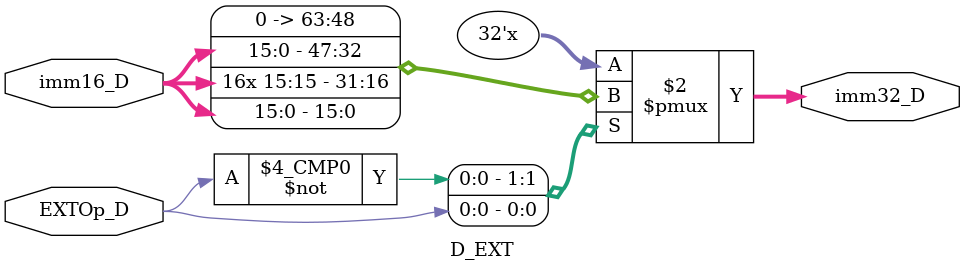
<source format=v>
`timescale 1ns / 1ps
module D_EXT(
    input EXTOp_D,
    input [15:0] imm16_D,
    output reg [31:0] imm32_D
    );
    always @(*) begin
	    case(EXTOp_D)
		    0: imm32_D={16'h0,imm16_D};              // 0 for 0 extend
			  
		    1: imm32_D={{16{imm16_D[15]}},imm16_D};    // 1 for sign extend
			 
			 default: imm32_D=0;
		 endcase
	 end
endmodule

</source>
